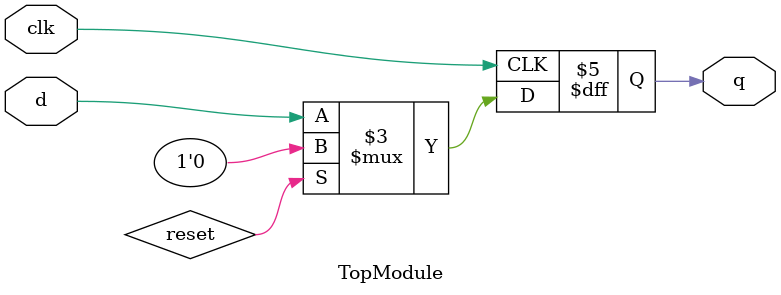
<source format=sv>

module TopModule (
  input clk,
  input d,
  output reg q
);
always @(posedge clk) begin
    if (reset)
        q <= 1'b0;
    else
        q <= d;
end
endmodule

</source>
